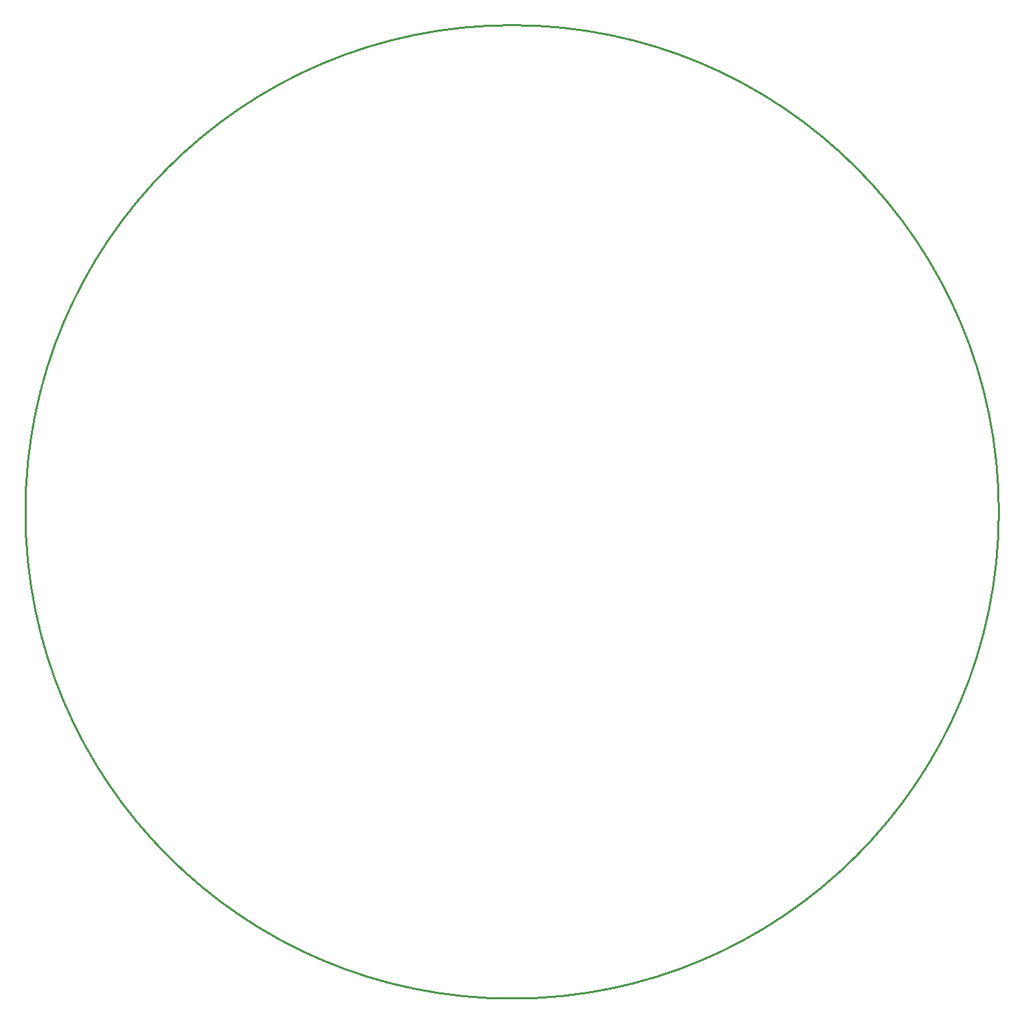
<source format=gko>
G04 Layer: BoardOutlineLayer*
G04 EasyEDA v6.5.1, 2022-05-20 13:09:05*
G04 9a472788fb3748f5b1af1517000a09b8,10*
G04 Gerber Generator version 0.2*
G04 Scale: 100 percent, Rotated: No, Reflected: No *
G04 Dimensions in millimeters *
G04 leading zeros omitted , absolute positions ,4 integer and 5 decimal *
%FSLAX45Y45*%
%MOMM*%

%ADD10C,0.2540*%
D10*
G75*
G01
X6000013Y0D02*
G03X6000013Y0I-6000013J0D01*

%LPD*%
M02*

</source>
